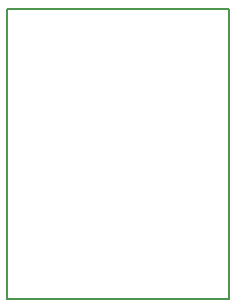
<source format=gbr>
G04 #@! TF.FileFunction,Other,User*
%FSLAX46Y46*%
G04 Gerber Fmt 4.6, Leading zero omitted, Abs format (unit mm)*
G04 Created by KiCad (PCBNEW 4.0.5) date 02/23/17 13:53:00*
%MOMM*%
%LPD*%
G01*
G04 APERTURE LIST*
%ADD10C,0.127000*%
%ADD11C,0.200000*%
G04 APERTURE END LIST*
D10*
D11*
X18821400Y0D02*
X0Y0D01*
X18821400Y24612600D02*
X18821400Y0D01*
X18796000Y24612600D02*
X18821400Y24612600D01*
X0Y24612600D02*
X18796000Y24612600D01*
X0Y0D02*
X0Y24612600D01*
M02*

</source>
